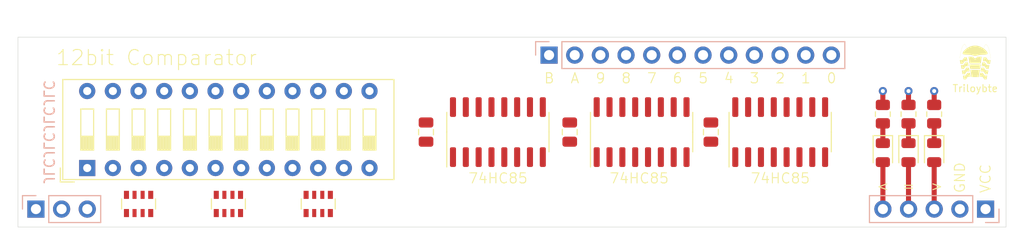
<source format=kicad_pcb>
(kicad_pcb (version 20211014) (generator pcbnew)
  (layers (0 "F.Cu" signal) (31 "B.Cu" signal) (34 "B.Paste" user) (35 "F.Paste" user) (36 "B.SilkS" user "B.Silkscreen") (37 "F.SilkS" user "F.Silkscreen") (38 "B.Mask" user) (39 "F.Mask" user) (44 "Edge.Cuts" user))
  (net 0 "")
  (net 1 "VCC")
  (net 2 "GND")
  (net 3 "Net-(U5-Pad5)")
  (net 4 "Net-(U5-Pad6)")
  (net 5 "Net-(U5-Pad7)")
  (net 6 "COUNT3")
  (net 7 "COUNT2")
  (net 8 "COUNT1")
  (net 9 "COUNT0")
  (net 10 "COUNT7")
  (net 11 "COUNT6")
  (net 12 "COUNT5")
  (net 13 "COUNT4")
  (net 14 "COUNT11")
  (net 15 "COUNT10")
  (net 16 "COUNT9")
  (net 17 "COUNT8")
  (net 18 "~{EQ0}")
  (net 19 "~{GT0}")
  (net 20 "~{LT0}")
  (net 21 "/Horizontal Timing/Comparator/D0_0")
  (net 22 "/Horizontal Timing/Comparator/D0_2")
  (net 23 "/Horizontal Timing/Comparator/D0_1")
  (net 24 "/Horizontal Timing/Comparator/D0_3")
  (net 25 "/Horizontal Timing/Comparator/D0_4")
  (net 26 "/Horizontal Timing/Comparator/D0_6")
  (net 27 "/Horizontal Timing/Comparator/D0_5")
  (net 28 "/Horizontal Timing/Comparator/D0_7")
  (net 29 "/Horizontal Timing/Comparator/D0_8")
  (net 30 "/Horizontal Timing/Comparator/D0_10")
  (net 31 "/Horizontal Timing/Comparator/D0_9")
  (net 32 "/Horizontal Timing/Comparator/D0_11")
  (net 33 "Net-(U4-Pad5)")
  (net 34 "Net-(U4-Pad6)")
  (net 35 "Net-(U4-Pad7)")
  (net 39 "Net-(D4-Pad1)")
  (net 40 "Net-(D5-Pad1)")
  (net 41 "Net-(D6-Pad1)")
  (footprint "LED_SMD:LED_0805_2012Metric" (layer "F.Cu") (at 156.21 62.484 -90)
    (fp_text reference "D6" hide)
    (fp_text value "LED" hide)
    (pad "1" smd roundrect locked (at -0.9375 0 270) (size 0.975 1.4) (layers "F.Cu" "F.Paste" "F.Mask") (net 41 "Net-(D6-Pad1)"))
    (pad "2" smd roundrect locked (at 0.9375 0 270) (size 0.975 1.4) (layers "F.Cu" "F.Paste" "F.Mask") (net 19 "~{GT0}"))
  )
  (footprint "Capacitor_SMD:C_0805_2012Metric" (layer "F.Cu") (at 120.142 60.452 90)
    (fp_text reference "C11" hide)
    (fp_text value "C" hide)
    (pad "1" smd roundrect locked (at -0.95 0 90) (size 1 1.45) (layers "F.Cu" "F.Paste" "F.Mask") (net 1 "VCC"))
    (pad "2" smd roundrect locked (at 0.95 0 90) (size 1 1.45) (layers "F.Cu" "F.Paste" "F.Mask") (net 2 "GND"))
  )
  (footprint "Capacitor_SMD:C_0805_2012Metric" (layer "F.Cu") (at 105.918 60.452 90)
    (fp_text reference "C12" hide)
    (fp_text value "C" hide)
    (pad "1" smd roundrect locked (at -0.95 0 90) (size 1 1.45) (layers "F.Cu" "F.Paste" "F.Mask") (net 1 "VCC"))
    (pad "2" smd roundrect locked (at 0.95 0 90) (size 1 1.45) (layers "F.Cu" "F.Paste" "F.Mask") (net 2 "GND"))
  )
  (footprint "Resistor_SMD:R_Array_Convex_4x0603" (layer "F.Cu") (at 77.47 67.564 -90)
    (fp_text reference "RN6" hide)
    (fp_text value "R_Pack04" hide)
    (pad "1" smd rect locked (at -0.9 -1.2 270) (size 0.8 0.5) (layers "F.Cu" "F.Paste" "F.Mask") (net 29 "/Horizontal Timing/Comparator/D0_8"))
    (pad "2" smd rect locked (at -0.9 -0.4 270) (size 0.8 0.4) (layers "F.Cu" "F.Paste" "F.Mask") (net 31 "/Horizontal Timing/Comparator/D0_9"))
    (pad "3" smd rect locked (at -0.9 0.4 270) (size 0.8 0.4) (layers "F.Cu" "F.Paste" "F.Mask") (net 30 "/Horizontal Timing/Comparator/D0_10"))
    (pad "4" smd rect locked (at -0.9 1.2 270) (size 0.8 0.5) (layers "F.Cu" "F.Paste" "F.Mask") (net 32 "/Horizontal Timing/Comparator/D0_11"))
    (pad "5" smd rect locked (at 0.9 1.2 270) (size 0.8 0.5) (layers "F.Cu" "F.Paste" "F.Mask") (net 2 "GND"))
    (pad "6" smd rect locked (at 0.9 0.4 270) (size 0.8 0.4) (layers "F.Cu" "F.Paste" "F.Mask") (net 2 "GND"))
    (pad "7" smd rect locked (at 0.9 -0.4 270) (size 0.8 0.4) (layers "F.Cu" "F.Paste" "F.Mask") (net 2 "GND"))
    (pad "8" smd rect locked (at 0.9 -1.2 270) (size 0.8 0.5) (layers "F.Cu" "F.Paste" "F.Mask") (net 2 "GND"))
  )
  (footprint "Resistor_SMD:R_Array_Convex_4x0603" (layer "F.Cu") (at 95.25 67.564 -90)
    (fp_text reference "RN4" hide)
    (fp_text value "R_Pack04" hide)
    (pad "1" smd rect locked (at -0.9 -1.2 270) (size 0.8 0.5) (layers "F.Cu" "F.Paste" "F.Mask") (net 21 "/Horizontal Timing/Comparator/D0_0"))
    (pad "2" smd rect locked (at -0.9 -0.4 270) (size 0.8 0.4) (layers "F.Cu" "F.Paste" "F.Mask") (net 23 "/Horizontal Timing/Comparator/D0_1"))
    (pad "3" smd rect locked (at -0.9 0.4 270) (size 0.8 0.4) (layers "F.Cu" "F.Paste" "F.Mask") (net 22 "/Horizontal Timing/Comparator/D0_2"))
    (pad "4" smd rect locked (at -0.9 1.2 270) (size 0.8 0.5) (layers "F.Cu" "F.Paste" "F.Mask") (net 24 "/Horizontal Timing/Comparator/D0_3"))
    (pad "5" smd rect locked (at 0.9 1.2 270) (size 0.8 0.5) (layers "F.Cu" "F.Paste" "F.Mask") (net 2 "GND"))
    (pad "6" smd rect locked (at 0.9 0.4 270) (size 0.8 0.4) (layers "F.Cu" "F.Paste" "F.Mask") (net 2 "GND"))
    (pad "7" smd rect locked (at 0.9 -0.4 270) (size 0.8 0.4) (layers "F.Cu" "F.Paste" "F.Mask") (net 2 "GND"))
    (pad "8" smd rect locked (at 0.9 -1.2 270) (size 0.8 0.5) (layers "F.Cu" "F.Paste" "F.Mask") (net 2 "GND"))
  )
  (footprint "Package_SO:SOIC-16_3.9x9.9mm_P1.27mm" (layer "F.Cu") (at 140.97 60.452 90)
    (fp_text reference "U4" hide)
    (fp_text value "74LS85" hide)
    (pad "1" smd roundrect locked (at -2.475 -4.445 90) (size 1.95 0.6) (layers "F.Cu" "F.Paste" "F.Mask") (net 24 "/Horizontal Timing/Comparator/D0_3"))
    (pad "2" smd roundrect locked (at -2.475 -3.175 90) (size 1.95 0.6) (layers "F.Cu" "F.Paste" "F.Mask") (net 2 "GND"))
    (pad "3" smd roundrect locked (at -2.475 -1.905 90) (size 1.95 0.6) (layers "F.Cu" "F.Paste" "F.Mask") (net 1 "VCC"))
    (pad "4" smd roundrect locked (at -2.475 -0.635 90) (size 1.95 0.6) (layers "F.Cu" "F.Paste" "F.Mask") (net 2 "GND"))
    (pad "5" smd roundrect locked (at -2.475 0.635 90) (size 1.95 0.6) (layers "F.Cu" "F.Paste" "F.Mask") (net 33 "Net-(U4-Pad5)"))
    (pad "6" smd roundrect locked (at -2.475 1.905 90) (size 1.95 0.6) (layers "F.Cu" "F.Paste" "F.Mask") (net 34 "Net-(U4-Pad6)"))
    (pad "7" smd roundrect locked (at -2.475 3.175 90) (size 1.95 0.6) (layers "F.Cu" "F.Paste" "F.Mask") (net 35 "Net-(U4-Pad7)"))
    (pad "8" smd roundrect locked (at -2.475 4.445 90) (size 1.95 0.6) (layers "F.Cu" "F.Paste" "F.Mask") (net 2 "GND"))
    (pad "9" smd roundrect locked (at 2.475 4.445 90) (size 1.95 0.6) (layers "F.Cu" "F.Paste" "F.Mask") (net 21 "/Horizontal Timing/Comparator/D0_0"))
    (pad "10" smd roundrect locked (at 2.475 3.175 90) (size 1.95 0.6) (layers "F.Cu" "F.Paste" "F.Mask") (net 9 "COUNT0"))
    (pad "11" smd roundrect locked (at 2.475 1.905 90) (size 1.95 0.6) (layers "F.Cu" "F.Paste" "F.Mask") (net 23 "/Horizontal Timing/Comparator/D0_1"))
    (pad "12" smd roundrect locked (at 2.475 0.635 90) (size 1.95 0.6) (layers "F.Cu" "F.Paste" "F.Mask") (net 8 "COUNT1"))
    (pad "13" smd roundrect locked (at 2.475 -0.635 90) (size 1.95 0.6) (layers "F.Cu" "F.Paste" "F.Mask") (net 7 "COUNT2"))
    (pad "14" smd roundrect locked (at 2.475 -1.905 90) (size 1.95 0.6) (layers "F.Cu" "F.Paste" "F.Mask") (net 22 "/Horizontal Timing/Comparator/D0_2"))
    (pad "15" smd roundrect locked (at 2.475 -3.175 90) (size 1.95 0.6) (layers "F.Cu" "F.Paste" "F.Mask") (net 6 "COUNT3"))
    (pad "16" smd roundrect locked (at 2.475 -4.445 90) (size 1.95 0.6) (layers "F.Cu" "F.Paste" "F.Mask") (net 1 "VCC"))
  )
  (footprint "Resistor_SMD:R_0805_2012Metric" (layer "F.Cu") (at 151.13 58.674 90)
    (fp_text reference "R4" hide)
    (fp_text value "R_US" hide)
    (pad "1" smd roundrect locked (at -0.9125 0 90) (size 1.025 1.4) (layers "F.Cu" "F.Paste" "F.Mask") (roundrect_rratio 0.243902) (net 39 "Net-(D4-Pad1)"))
    (pad "2" smd roundrect locked (at 0.9125 0 90) (size 1.025 1.4) (layers "F.Cu" "F.Paste" "F.Mask") (roundrect_rratio 0.243902) (net 2 "GND"))
  )
  (footprint "LED_SMD:LED_0805_2012Metric" (layer "F.Cu") (at 153.67 62.484 -90)
    (fp_text reference "D5" hide)
    (fp_text value "LED" hide)
    (pad "1" smd roundrect locked (at -0.9375 0 270) (size 0.975 1.4) (layers "F.Cu" "F.Paste" "F.Mask") (net 40 "Net-(D5-Pad1)"))
    (pad "2" smd roundrect locked (at 0.9375 0 270) (size 0.975 1.4) (layers "F.Cu" "F.Paste" "F.Mask") (net 18 "~{EQ0}"))
  )
  (footprint "Resistor_SMD:R_0805_2012Metric" (layer "F.Cu") (at 153.67 58.674 90)
    (fp_text reference "R5" hide)
    (fp_text value "R_US" hide)
    (pad "1" smd roundrect locked (at -0.9125 0 90) (size 1.025 1.4) (layers "F.Cu" "F.Paste" "F.Mask") (roundrect_rratio 0.243902) (net 40 "Net-(D5-Pad1)"))
    (pad "2" smd roundrect locked (at 0.9125 0 90) (size 1.025 1.4) (layers "F.Cu" "F.Paste" "F.Mask") (roundrect_rratio 0.243902) (net 2 "GND"))
  )
  (footprint "Resistor_SMD:R_0805_2012Metric" (layer "F.Cu") (at 156.21 58.674 90)
    (fp_text reference "R6" hide)
    (fp_text value "R_US" hide)
    (pad "1" smd roundrect locked (at -0.9125 0 90) (size 1.025 1.4) (layers "F.Cu" "F.Paste" "F.Mask") (roundrect_rratio 0.243902) (net 41 "Net-(D6-Pad1)"))
    (pad "2" smd roundrect locked (at 0.9125 0 90) (size 1.025 1.4) (layers "F.Cu" "F.Paste" "F.Mask") (roundrect_rratio 0.243902) (net 2 "GND"))
  )
  (footprint "Package_SO:SOIC-16_3.9x9.9mm_P1.27mm" (layer "F.Cu") (at 113.03 60.452 90)
    (fp_text reference "U6" hide)
    (fp_text value "74LS85" hide)
    (pad "1" smd roundrect locked (at -2.475 -4.445 90) (size 1.95 0.6) (layers "F.Cu" "F.Paste" "F.Mask") (net 32 "/Horizontal Timing/Comparator/D0_11"))
    (pad "2" smd roundrect locked (at -2.475 -3.175 90) (size 1.95 0.6) (layers "F.Cu" "F.Paste" "F.Mask") (net 5 "Net-(U5-Pad7)"))
    (pad "3" smd roundrect locked (at -2.475 -1.905 90) (size 1.95 0.6) (layers "F.Cu" "F.Paste" "F.Mask") (net 4 "Net-(U5-Pad6)"))
    (pad "4" smd roundrect locked (at -2.475 -0.635 90) (size 1.95 0.6) (layers "F.Cu" "F.Paste" "F.Mask") (net 3 "Net-(U5-Pad5)"))
    (pad "5" smd roundrect locked (at -2.475 0.635 90) (size 1.95 0.6) (layers "F.Cu" "F.Paste" "F.Mask") (net 19 "~{GT0}"))
    (pad "6" smd roundrect locked (at -2.475 1.905 90) (size 1.95 0.6) (layers "F.Cu" "F.Paste" "F.Mask") (net 18 "~{EQ0}"))
    (pad "7" smd roundrect locked (at -2.475 3.175 90) (size 1.95 0.6) (layers "F.Cu" "F.Paste" "F.Mask") (net 20 "~{LT0}"))
    (pad "8" smd roundrect locked (at -2.475 4.445 90) (size 1.95 0.6) (layers "F.Cu" "F.Paste" "F.Mask") (net 2 "GND"))
    (pad "9" smd roundrect locked (at 2.475 4.445 90) (size 1.95 0.6) (layers "F.Cu" "F.Paste" "F.Mask") (net 29 "/Horizontal Timing/Comparator/D0_8"))
    (pad "10" smd roundrect locked (at 2.475 3.175 90) (size 1.95 0.6) (layers "F.Cu" "F.Paste" "F.Mask") (net 17 "COUNT8"))
    (pad "11" smd roundrect locked (at 2.475 1.905 90) (size 1.95 0.6) (layers "F.Cu" "F.Paste" "F.Mask") (net 31 "/Horizontal Timing/Comparator/D0_9"))
    (pad "12" smd roundrect locked (at 2.475 0.635 90) (size 1.95 0.6) (layers "F.Cu" "F.Paste" "F.Mask") (net 16 "COUNT9"))
    (pad "13" smd roundrect locked (at 2.475 -0.635 90) (size 1.95 0.6) (layers "F.Cu" "F.Paste" "F.Mask") (net 15 "COUNT10"))
    (pad "14" smd roundrect locked (at 2.475 -1.905 90) (size 1.95 0.6) (layers "F.Cu" "F.Paste" "F.Mask") (net 30 "/Horizontal Timing/Comparator/D0_10"))
    (pad "15" smd roundrect locked (at 2.475 -3.175 90) (size 1.95 0.6) (layers "F.Cu" "F.Paste" "F.Mask") (net 14 "COUNT11"))
    (pad "16" smd roundrect locked (at 2.475 -4.445 90) (size 1.95 0.6) (layers "F.Cu" "F.Paste" "F.Mask") (net 1 "VCC"))
  )
  (footprint "LED_SMD:LED_0805_2012Metric" (layer "F.Cu") (at 151.13 62.484 -90)
    (fp_text reference "D4" hide)
    (fp_text value "LED" hide)
    (pad "1" smd roundrect locked (at -0.9375 0 270) (size 0.975 1.4) (layers "F.Cu" "F.Paste" "F.Mask") (net 39 "Net-(D4-Pad1)"))
    (pad "2" smd roundrect locked (at 0.9375 0 270) (size 0.975 1.4) (layers "F.Cu" "F.Paste" "F.Mask") (net 20 "~{LT0}"))
  )
  (footprint "Stephenv6:trilobyte-logo-tiny" (layer "F.Cu") (at 160.264 47.628558)
    (fp_text reference "REF**" hide)
    (fp_text value "trilobyte-logo-tiny" hide)
  )
  (footprint "Button_Switch_THT:SW_DIP_SPSTx12_Slide_9.78x32.66mm_W7.62mm_P2.54mm" (layer "F.Cu") (at 72.385 64.008 90)
    (fp_text reference "SW2" hide)
    (fp_text value "SW_DIP_x12" hide)
    (pad "1" thru_hole rect locked (at 0 0 90) (size 1.6 1.6) (drill 0.8) (layers *.Cu *.Mask) (net 32 "/Horizontal Timing/Comparator/D0_11"))
    (pad "2" thru_hole oval locked (at 0 2.54 90) (size 1.6 1.6) (drill 0.8) (layers *.Cu *.Mask) (net 30 "/Horizontal Timing/Comparator/D0_10"))
    (pad "3" thru_hole oval locked (at 0 5.08 90) (size 1.6 1.6) (drill 0.8) (layers *.Cu *.Mask) (net 31 "/Horizontal Timing/Comparator/D0_9"))
    (pad "4" thru_hole oval locked (at 0 7.62 90) (size 1.6 1.6) (drill 0.8) (layers *.Cu *.Mask) (net 29 "/Horizontal Timing/Comparator/D0_8"))
    (pad "5" thru_hole oval locked (at 0 10.16 90) (size 1.6 1.6) (drill 0.8) (layers *.Cu *.Mask) (net 28 "/Horizontal Timing/Comparator/D0_7"))
    (pad "6" thru_hole oval locked (at 0 12.7 90) (size 1.6 1.6) (drill 0.8) (layers *.Cu *.Mask) (net 26 "/Horizontal Timing/Comparator/D0_6"))
    (pad "7" thru_hole oval locked (at 0 15.24 90) (size 1.6 1.6) (drill 0.8) (layers *.Cu *.Mask) (net 27 "/Horizontal Timing/Comparator/D0_5"))
    (pad "8" thru_hole oval locked (at 0 17.78 90) (size 1.6 1.6) (drill 0.8) (layers *.Cu *.Mask) (net 25 "/Horizontal Timing/Comparator/D0_4"))
    (pad "9" thru_hole oval locked (at 0 20.32 90) (size 1.6 1.6) (drill 0.8) (layers *.Cu *.Mask) (net 24 "/Horizontal Timing/Comparator/D0_3"))
    (pad "10" thru_hole oval locked (at 0 22.86 90) (size 1.6 1.6) (drill 0.8) (layers *.Cu *.Mask) (net 22 "/Horizontal Timing/Comparator/D0_2"))
    (pad "11" thru_hole oval locked (at 0 25.4 90) (size 1.6 1.6) (drill 0.8) (layers *.Cu *.Mask) (net 23 "/Horizontal Timing/Comparator/D0_1"))
    (pad "12" thru_hole oval locked (at 0 27.94 90) (size 1.6 1.6) (drill 0.8) (layers *.Cu *.Mask) (net 21 "/Horizontal Timing/Comparator/D0_0"))
    (pad "13" thru_hole oval locked (at 7.62 27.94 90) (size 1.6 1.6) (drill 0.8) (layers *.Cu *.Mask) (net 1 "VCC"))
    (pad "14" thru_hole oval locked (at 7.62 25.4 90) (size 1.6 1.6) (drill 0.8) (layers *.Cu *.Mask) (net 1 "VCC"))
    (pad "15" thru_hole oval locked (at 7.62 22.86 90) (size 1.6 1.6) (drill 0.8) (layers *.Cu *.Mask) (net 1 "VCC"))
    (pad "16" thru_hole oval locked (at 7.62 20.32 90) (size 1.6 1.6) (drill 0.8) (layers *.Cu *.Mask) (net 1 "VCC"))
    (pad "17" thru_hole oval locked (at 7.62 17.78 90) (size 1.6 1.6) (drill 0.8) (layers *.Cu *.Mask) (net 1 "VCC"))
    (pad "18" thru_hole oval locked (at 7.62 15.24 90) (size 1.6 1.6) (drill 0.8) (layers *.Cu *.Mask) (net 1 "VCC"))
    (pad "19" thru_hole oval locked (at 7.62 12.7 90) (size 1.6 1.6) (drill 0.8) (layers *.Cu *.Mask) (net 1 "VCC"))
    (pad "20" thru_hole oval locked (at 7.62 10.16 90) (size 1.6 1.6) (drill 0.8) (layers *.Cu *.Mask) (net 1 "VCC"))
    (pad "21" thru_hole oval locked (at 7.62 7.62 90) (size 1.6 1.6) (drill 0.8) (layers *.Cu *.Mask) (net 1 "VCC"))
    (pad "22" thru_hole oval locked (at 7.62 5.08 90) (size 1.6 1.6) (drill 0.8) (layers *.Cu *.Mask) (net 1 "VCC"))
    (pad "23" thru_hole oval locked (at 7.62 2.54 90) (size 1.6 1.6) (drill 0.8) (layers *.Cu *.Mask) (net 1 "VCC"))
    (pad "24" thru_hole oval locked (at 7.62 0 90) (size 1.6 1.6) (drill 0.8) (layers *.Cu *.Mask) (net 1 "VCC"))
  )
  (footprint "Resistor_SMD:R_Array_Convex_4x0603" (layer "F.Cu") (at 86.36 67.564 -90)
    (fp_text reference "RN5" hide)
    (fp_text value "R_Pack04" hide)
    (pad "1" smd rect locked (at -0.9 -1.2 270) (size 0.8 0.5) (layers "F.Cu" "F.Paste" "F.Mask") (net 25 "/Horizontal Timing/Comparator/D0_4"))
    (pad "2" smd rect locked (at -0.9 -0.4 270) (size 0.8 0.4) (layers "F.Cu" "F.Paste" "F.Mask") (net 27 "/Horizontal Timing/Comparator/D0_5"))
    (pad "3" smd rect locked (at -0.9 0.4 270) (size 0.8 0.4) (layers "F.Cu" "F.Paste" "F.Mask") (net 26 "/Horizontal Timing/Comparator/D0_6"))
    (pad "4" smd rect locked (at -0.9 1.2 270) (size 0.8 0.5) (layers "F.Cu" "F.Paste" "F.Mask") (net 28 "/Horizontal Timing/Comparator/D0_7"))
    (pad "5" smd rect locked (at 0.9 1.2 270) (size 0.8 0.5) (layers "F.Cu" "F.Paste" "F.Mask") (net 2 "GND"))
    (pad "6" smd rect locked (at 0.9 0.4 270) (size 0.8 0.4) (layers "F.Cu" "F.Paste" "F.Mask") (net 2 "GND"))
    (pad "7" smd rect locked (at 0.9 -0.4 270) (size 0.8 0.4) (layers "F.Cu" "F.Paste" "F.Mask") (net 2 "GND"))
    (pad "8" smd rect locked (at 0.9 -1.2 270) (size 0.8 0.5) (layers "F.Cu" "F.Paste" "F.Mask") (net 2 "GND"))
  )
  (footprint "Package_SO:SOIC-16_3.9x9.9mm_P1.27mm" (layer "F.Cu") (at 127.254 60.452 90)
    (fp_text reference "U5" hide)
    (fp_text value "74LS85" hide)
    (pad "1" smd roundrect locked (at -2.475 -4.445 90) (size 1.95 0.6) (layers "F.Cu" "F.Paste" "F.Mask") (net 28 "/Horizontal Timing/Comparator/D0_7"))
    (pad "2" smd roundrect locked (at -2.475 -3.175 90) (size 1.95 0.6) (layers "F.Cu" "F.Paste" "F.Mask") (net 35 "Net-(U4-Pad7)"))
    (pad "3" smd roundrect locked (at -2.475 -1.905 90) (size 1.95 0.6) (layers "F.Cu" "F.Paste" "F.Mask") (net 34 "Net-(U4-Pad6)"))
    (pad "4" smd roundrect locked (at -2.475 -0.635 90) (size 1.95 0.6) (layers "F.Cu" "F.Paste" "F.Mask") (net 33 "Net-(U4-Pad5)"))
    (pad "5" smd roundrect locked (at -2.475 0.635 90) (size 1.95 0.6) (layers "F.Cu" "F.Paste" "F.Mask") (net 3 "Net-(U5-Pad5)"))
    (pad "6" smd roundrect locked (at -2.475 1.905 90) (size 1.95 0.6) (layers "F.Cu" "F.Paste" "F.Mask") (net 4 "Net-(U5-Pad6)"))
    (pad "7" smd roundrect locked (at -2.475 3.175 90) (size 1.95 0.6) (layers "F.Cu" "F.Paste" "F.Mask") (net 5 "Net-(U5-Pad7)"))
    (pad "8" smd roundrect locked (at -2.475 4.445 90) (size 1.95 0.6) (layers "F.Cu" "F.Paste" "F.Mask") (net 2 "GND"))
    (pad "9" smd roundrect locked (at 2.475 4.445 90) (size 1.95 0.6) (layers "F.Cu" "F.Paste" "F.Mask") (net 25 "/Horizontal Timing/Comparator/D0_4"))
    (pad "10" smd roundrect locked (at 2.475 3.175 90) (size 1.95 0.6) (layers "F.Cu" "F.Paste" "F.Mask") (net 13 "COUNT4"))
    (pad "11" smd roundrect locked (at 2.475 1.905 90) (size 1.95 0.6) (layers "F.Cu" "F.Paste" "F.Mask") (net 27 "/Horizontal Timing/Comparator/D0_5"))
    (pad "12" smd roundrect locked (at 2.475 0.635 90) (size 1.95 0.6) (layers "F.Cu" "F.Paste" "F.Mask") (net 12 "COUNT5"))
    (pad "13" smd roundrect locked (at 2.475 -0.635 90) (size 1.95 0.6) (layers "F.Cu" "F.Paste" "F.Mask") (net 11 "COUNT6"))
    (pad "14" smd roundrect locked (at 2.475 -1.905 90) (size 1.95 0.6) (layers "F.Cu" "F.Paste" "F.Mask") (net 26 "/Horizontal Timing/Comparator/D0_6"))
    (pad "15" smd roundrect locked (at 2.475 -3.175 90) (size 1.95 0.6) (layers "F.Cu" "F.Paste" "F.Mask") (net 10 "COUNT7"))
    (pad "16" smd roundrect locked (at 2.475 -4.445 90) (size 1.95 0.6) (layers "F.Cu" "F.Paste" "F.Mask") (net 1 "VCC"))
  )
  (footprint "Capacitor_SMD:C_0805_2012Metric" (layer "F.Cu") (at 134.112 60.452 90)
    (fp_text reference "C13" hide)
    (fp_text value "C" hide)
    (pad "1" smd roundrect locked (at -0.95 0 90) (size 1 1.45) (layers "F.Cu" "F.Paste" "F.Mask") (net 1 "VCC"))
    (pad "2" smd roundrect locked (at 0.95 0 90) (size 1 1.45) (layers "F.Cu" "F.Paste" "F.Mask") (net 2 "GND"))
  )
  (footprint "Connector_PinHeader_2.54mm:PinHeader_1x05_P2.54mm_Vertical" (layer "B.Cu") (at 161.295 68.072 90)
    (fp_text reference "J8" hide)
    (fp_text value "Conn_01x05" hide)
    (pad "1" thru_hole rect locked (at 0 0 90) (size 1.7 1.7) (drill 1) (layers *.Cu *.Mask) (net 1 "VCC"))
    (pad "2" thru_hole oval locked (at 0 -2.54 90) (size 1.7 1.7) (drill 1) (layers *.Cu *.Mask) (net 2 "GND"))
    (pad "3" thru_hole oval locked (at 0 -5.08 90) (size 1.7 1.7) (drill 1) (layers *.Cu *.Mask) (net 19 "~{GT0}"))
    (pad "4" thru_hole oval locked (at 0 -7.62 90) (size 1.7 1.7) (drill 1) (layers *.Cu *.Mask) (net 18 "~{EQ0}"))
    (pad "5" thru_hole oval locked (at 0 -10.16 90) (size 1.7 1.7) (drill 1) (layers *.Cu *.Mask) (net 20 "~{LT0}"))
  )
  (footprint "Connector_PinHeader_2.54mm:PinHeader_1x03_P2.54mm_Vertical" (layer "B.Cu") (at 67.31 68.072 -90)
    (fp_text reference "J29" hide)
    (fp_text value "Conn_01x03" hide)
    (pad "1" thru_hole rect locked (at 0 0 270) (size 1.7 1.7) (drill 1) (layers *.Cu *.Mask))
    (pad "2" thru_hole oval locked (at 0 -2.54 270) (size 1.7 1.7) (drill 1) (layers *.Cu *.Mask))
    (pad "3" thru_hole oval locked (at 0 -5.08 270) (size 1.7 1.7) (drill 1) (layers *.Cu *.Mask))
  )
  (footprint "Connector_PinHeader_2.54mm:PinHeader_1x12_P2.54mm_Vertical" (layer "B.Cu") (at 118.095 52.832 -90)
    (fp_text reference "J7" hide)
    (fp_text value "Conn_01x12" hide)
    (pad "1" thru_hole rect locked (at 0 0 270) (size 1.7 1.7) (drill 1) (layers *.Cu *.Mask) (net 14 "COUNT11"))
    (pad "2" thru_hole oval locked (at 0 -2.54 270) (size 1.7 1.7) (drill 1) (layers *.Cu *.Mask) (net 15 "COUNT10"))
    (pad "3" thru_hole oval locked (at 0 -5.08 270) (size 1.7 1.7) (drill 1) (layers *.Cu *.Mask) (net 16 "COUNT9"))
    (pad "4" thru_hole oval locked (at 0 -7.62 270) (size 1.7 1.7) (drill 1) (layers *.Cu *.Mask) (net 17 "COUNT8"))
    (pad "5" thru_hole oval locked (at 0 -10.16 270) (size 1.7 1.7) (drill 1) (layers *.Cu *.Mask) (net 10 "COUNT7"))
    (pad "6" thru_hole oval locked (at 0 -12.7 270) (size 1.7 1.7) (drill 1) (layers *.Cu *.Mask) (net 11 "COUNT6"))
    (pad "7" thru_hole oval locked (at 0 -15.24 270) (size 1.7 1.7) (drill 1) (layers *.Cu *.Mask) (net 12 "COUNT5"))
    (pad "8" thru_hole oval locked (at 0 -17.78 270) (size 1.7 1.7) (drill 1) (layers *.Cu *.Mask) (net 13 "COUNT4"))
    (pad "9" thru_hole oval locked (at 0 -20.32 270) (size 1.7 1.7) (drill 1) (layers *.Cu *.Mask) (net 6 "COUNT3"))
    (pad "10" thru_hole oval locked (at 0 -22.86 270) (size 1.7 1.7) (drill 1) (layers *.Cu *.Mask) (net 7 "COUNT2"))
    (pad "11" thru_hole oval locked (at 0 -25.4 270) (size 1.7 1.7) (drill 1) (layers *.Cu *.Mask) (net 8 "COUNT1"))
    (pad "12" thru_hole oval locked (at 0 -27.94 270) (size 1.7 1.7) (drill 1) (layers *.Cu *.Mask) (net 9 "COUNT0"))
  )
  (gr_rect (start 65.532 69.85) (end 163.322 51.054) (layer "Edge.Cuts") (width 0.05) (fill none))
  (gr_text "JLCJLCJLCJLC" (at 68.58 60.452 270) (layer "B.SilkS") (effects (font (size 1 1)) (justify mirror)))
  (gr_text "6" (at 130.81 55.118) (layer "F.SilkS") (effects (font (size 1 1) (thickness 0.1))))
  (gr_text "<" (at 151.13 65.786) (layer "F.SilkS") (effects (font (size 1 1) (thickness 0.1))))
  (gr_text "=" (at 153.67 65.786) (layer "F.SilkS") (effects (font (size 1 1) (thickness 0.1))))
  (gr_text "B" (at 118.11 55.118) (layer "F.SilkS") (effects (font (size 1 1) (thickness 0.1))))
  (gr_text "7" (at 128.27 55.118) (layer "F.SilkS") (effects (font (size 1 1) (thickness 0.1))))
  (gr_text "9" (at 123.19 55.118) (layer "F.SilkS") (effects (font (size 1 1) (thickness 0.1))))
  (gr_text "74HC85" (at 140.985 65.024) (layer "F.SilkS") (effects (font (size 1 1) (thickness 0.1))))
  (gr_text "VCC" (at 161.29 66.548 90) (layer "F.SilkS") (effects (font (size 1 1) (thickness 0.1)) (justify left)))
  (gr_text "4" (at 135.89 55.118) (layer "F.SilkS") (effects (font (size 1 1) (thickness 0.1))))
  (gr_text "5" (at 133.35 55.118) (layer "F.SilkS") (effects (font (size 1 1) (thickness 0.1))))
  (gr_text "0" (at 146.05 55.118) (layer "F.SilkS") (effects (font (size 1 1) (thickness 0.1))))
  (gr_text "A" (at 120.65 55.118) (layer "F.SilkS") (effects (font (size 1 1) (thickness 0.1))))
  (gr_text "GND" (at 158.75 66.548 90) (layer "F.SilkS") (effects (font (size 1 1) (thickness 0.1)) (justify left)))
  (gr_text "8" (at 125.73 55.118) (layer "F.SilkS") (effects (font (size 1 1) (thickness 0.1))))
  (gr_text "Triloybte" (at 160.274 56.134) (layer "F.SilkS") (effects (font (size 0.7 0.7) (thickness 0.1))))
  (gr_text "3" (at 138.43 55.118) (layer "F.SilkS") (effects (font (size 1 1) (thickness 0.1))))
  (gr_text "12bit Comparator" (at 79.248 53.086) (layer "F.SilkS") (effects (font (size 1.5 1.5) (thickness 0.1))))
  (gr_text "1" (at 143.51 55.118) (layer "F.SilkS") (effects (font (size 1 1) (thickness 0.1))))
  (gr_text "74HC85" (at 113.045 65.024) (layer "F.SilkS") (effects (font (size 1 1) (thickness 0.1))))
  (gr_text "2" (at 140.97 55.118) (layer "F.SilkS") (effects (font (size 1 1) (thickness 0.1))))
  (gr_text ">" (at 156.464 65.786) (layer "F.SilkS") (effects (font (size 1 1) (thickness 0.1))))
  (gr_text "74HC85" (at 127.015 65.024) (layer "F.SilkS") (effects (font (size 1 1) (thickness 0.1))))
  (segment (start 151.13 57.7615) (end 151.13 56.388) (width 0.5) (layer "F.Cu") (net 2))
  (segment (start 153.67 57.7615) (end 153.67 56.388) (width 0.5) (layer "F.Cu") (net 2))
  (segment (start 156.21 57.7615) (end 156.21 56.388) (width 0.5) (layer "F.Cu") (net 2))
  (via (at 151.13 56.388) (size 0.8) (drill 0.4) (layers "F.Cu" "B.Cu") (net 2))
  (via (at 156.21 56.388) (size 0.8) (drill 0.4) (layers "F.Cu" "B.Cu") (net 2))
  (via (at 153.67 56.388) (size 0.8) (drill 0.4) (layers "F.Cu" "B.Cu") (net 2))
  (segment (start 153.67 68.067) (end 153.675 68.072) (width 0.5) (layer "F.Cu") (net 18))
  (segment (start 153.67 63.4215) (end 153.67 68.067) (width 0.5) (layer "F.Cu") (net 18))
  (segment (start 156.21 63.4215) (end 156.21 68.067) (width 0.5) (layer "F.Cu") (net 19))
  (segment (start 156.21 68.067) (end 156.215 68.072) (width 0.5) (layer "F.Cu") (net 19))
  (segment (start 151.135 68.072) (end 151.135 63.4265) (width 0.5) (layer "F.Cu") (net 20))
  (segment (start 151.135 63.4265) (end 151.13 63.4215) (width 0.5) (layer "F.Cu") (net 20))
  (segment (start 151.13 59.5865) (end 151.13 61.5465) (width 0.5) (layer "F.Cu") (net 39))
  (segment (start 153.67 61.5465) (end 153.67 59.5865) (width 0.5) (layer "F.Cu") (net 40))
  (segment (start 156.21 59.5865) (end 156.21 61.5465) (width 0.5) (layer "F.Cu") (net 41))
)
</source>
